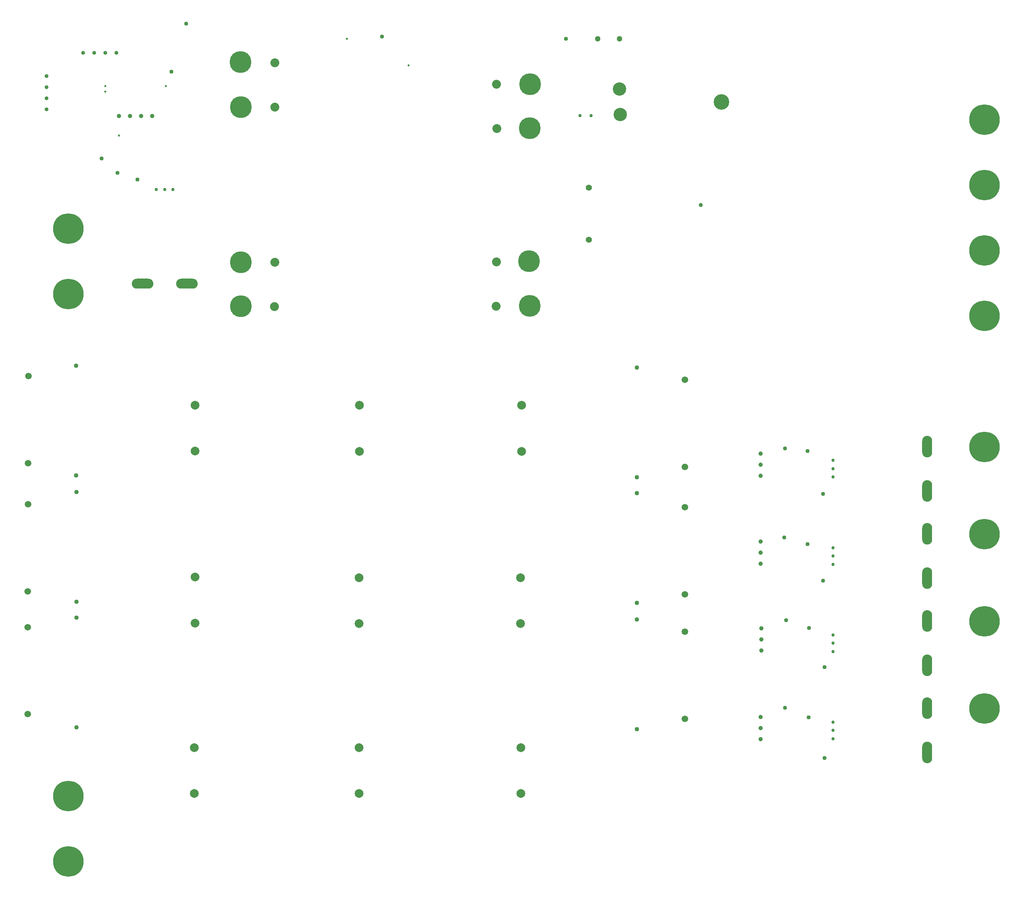
<source format=gbr>
%TF.GenerationSoftware,Altium Limited,Altium Designer,24.7.2 (38)*%
G04 Layer_Color=0*
%FSLAX43Y43*%
%MOMM*%
%TF.SameCoordinates,3DDE4B3C-03A5-4BC3-9972-2EF5A5DF1AA7*%
%TF.FilePolarity,Positive*%
%TF.FileFunction,Plated,1,2,PTH,Drill*%
%TF.Part,Single*%
G01*
G75*
%TA.AperFunction,ComponentDrill*%
%ADD111C,2.000*%
%ADD112C,1.000*%
%ADD113C,0.950*%
%ADD114C,0.950*%
%ADD115C,0.762*%
%ADD116O,2.286X4.953*%
%ADD117C,7.000*%
%ADD118C,1.500*%
%ADD119C,5.000*%
%ADD120C,2.032*%
%ADD121C,1.016*%
%ADD122O,4.953X2.286*%
%ADD123C,0.762*%
%ADD124C,3.556*%
%ADD125C,3.048*%
%ADD126C,1.400*%
%ADD127C,1.000*%
%ADD128C,0.900*%
%ADD129C,0.900*%
%ADD130C,1.300*%
%TA.AperFunction,ViaDrill,NotFilled*%
%ADD131C,0.500*%
D111*
X44000Y124575D02*
D03*
Y114034D02*
D03*
X81710Y124514D02*
D03*
Y113973D02*
D03*
X118870Y124514D02*
D03*
X81590Y85034D02*
D03*
Y74493D02*
D03*
Y46091D02*
D03*
Y35550D02*
D03*
X118870Y113973D02*
D03*
X118600Y74493D02*
D03*
Y85034D02*
D03*
X118710Y35550D02*
D03*
Y46091D02*
D03*
X43850Y35525D02*
D03*
Y46066D02*
D03*
X44000Y74632D02*
D03*
Y85173D02*
D03*
D112*
X173700Y48025D02*
D03*
Y50565D02*
D03*
Y53105D02*
D03*
Y88250D02*
D03*
Y90790D02*
D03*
Y93330D02*
D03*
Y108401D02*
D03*
Y110941D02*
D03*
Y113481D02*
D03*
X173800Y68360D02*
D03*
Y70900D02*
D03*
Y73440D02*
D03*
D113*
X179275Y55175D02*
D03*
X188275Y43725D02*
D03*
X184678Y53023D02*
D03*
X188325Y64555D02*
D03*
X184425Y114050D02*
D03*
X187938Y104200D02*
D03*
X179275Y114625D02*
D03*
X129050Y208500D02*
D03*
X38600Y200975D02*
D03*
X41975Y212025D02*
D03*
X86875Y209025D02*
D03*
X26250Y177825D02*
D03*
X30834Y176251D02*
D03*
X22622Y181128D02*
D03*
D114*
X184729Y73475D02*
D03*
X179500Y75250D02*
D03*
X188000Y84300D02*
D03*
X179100Y94250D02*
D03*
X184450Y92675D02*
D03*
X159950Y170400D02*
D03*
D115*
X190221Y48095D02*
D03*
Y50000D02*
D03*
Y51905D02*
D03*
Y68095D02*
D03*
Y70000D02*
D03*
Y71905D02*
D03*
Y88095D02*
D03*
Y90000D02*
D03*
Y91905D02*
D03*
Y108095D02*
D03*
Y110000D02*
D03*
Y111905D02*
D03*
D116*
X211811Y44920D02*
D03*
Y55080D02*
D03*
Y64920D02*
D03*
Y75080D02*
D03*
Y84920D02*
D03*
Y95080D02*
D03*
Y104920D02*
D03*
Y115080D02*
D03*
D117*
X225000Y175000D02*
D03*
Y95000D02*
D03*
Y75000D02*
D03*
Y115000D02*
D03*
Y55000D02*
D03*
Y160000D02*
D03*
Y190000D02*
D03*
Y145000D02*
D03*
X15000Y150000D02*
D03*
Y165000D02*
D03*
Y35000D02*
D03*
Y20000D02*
D03*
D118*
X156280Y52675D02*
D03*
X156330Y72650D02*
D03*
X156280Y110395D02*
D03*
X156330Y130370D02*
D03*
Y101190D02*
D03*
X156280Y81215D02*
D03*
X5815Y131230D02*
D03*
X5765Y111255D02*
D03*
X5725Y73700D02*
D03*
X5675Y53725D02*
D03*
X5765Y101880D02*
D03*
X5715Y81905D02*
D03*
D119*
X120872Y198132D02*
D03*
X120770Y188048D02*
D03*
X120592Y157543D02*
D03*
X120745Y147332D02*
D03*
X54451Y203212D02*
D03*
X54578Y192900D02*
D03*
X54527Y157314D02*
D03*
Y147231D02*
D03*
D120*
X113074Y147205D02*
D03*
X113125Y157365D02*
D03*
X113175Y187921D02*
D03*
X113125Y198081D02*
D03*
X62299Y203034D02*
D03*
X62350Y192900D02*
D03*
X62325Y157340D02*
D03*
X62274Y147154D02*
D03*
D121*
X145305Y133153D02*
D03*
Y108007D02*
D03*
Y75400D02*
D03*
Y50254D02*
D03*
Y104403D02*
D03*
Y79257D02*
D03*
X16790Y133586D02*
D03*
Y108440D02*
D03*
X16820Y75820D02*
D03*
Y50674D02*
D03*
Y104683D02*
D03*
Y79537D02*
D03*
D122*
X42160Y152419D02*
D03*
X32000D02*
D03*
D123*
X38985Y174009D02*
D03*
X37080D02*
D03*
X35175D02*
D03*
X132280Y190900D02*
D03*
X134820D02*
D03*
D124*
X164700Y194075D02*
D03*
D125*
X141332Y196996D02*
D03*
X141459Y191154D02*
D03*
D126*
X134275Y174450D02*
D03*
Y162450D02*
D03*
D127*
X26560Y190826D02*
D03*
X29100D02*
D03*
X31640D02*
D03*
X34180D02*
D03*
D128*
X26015Y205300D02*
D03*
X23475D02*
D03*
X20935D02*
D03*
X18395D02*
D03*
D129*
X10000Y200000D02*
D03*
Y197460D02*
D03*
Y194920D02*
D03*
Y192380D02*
D03*
D130*
X136300Y208500D02*
D03*
X141300D02*
D03*
D131*
X26560Y186350D02*
D03*
X92975Y202400D02*
D03*
X37350Y197685D02*
D03*
X78825Y208525D02*
D03*
X23504Y196415D02*
D03*
Y197685D02*
D03*
%TF.MD5,2f91088a333d5c422cd8277becc606d8*%
M02*

</source>
